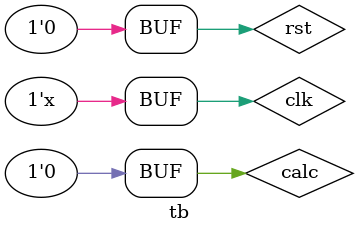
<source format=sv>

module tb();
logic clk = 1;
logic rst = 1;
always #1 clk <= ~clk;
parameter W = 8;   
logic calc, rdy;

logic [W-1:0] a, b;
logic [2*W-1:0] q;

initial begin
  calc = 0;
  #50
  rst = 0;
  #50
  calc = 1;
  #2
  calc = 0;
end

mult #(
  .W (W)
)
dut (
  .clk      (clk),
  .rst      (rst),
  .calc     (calc),
  .a        (8'd255),
  .b        (8'd255),
  .q        (),
  .rdy      ()
);

endmodule

</source>
